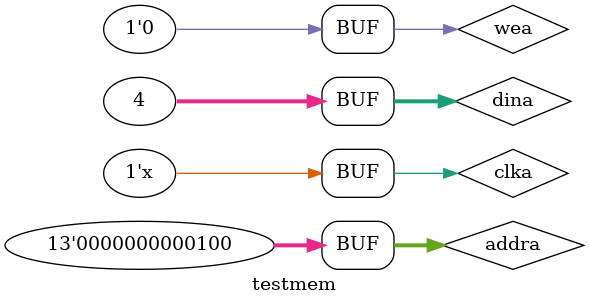
<source format=v>
`timescale 1ns / 1ps


module testmem;

	// Inputs
	reg clka;
	reg [0:0] wea;
	reg [12:0] addra;
	reg [31:0] dina;

	// Outputs
	wire [31:0] douta;

	// Instantiate the Unit Under Test (UUT)
	rammemory uut (
		.clka(clka), 
		.wea(wea), 
		.addra(addra), 
		.dina(dina), 
		.douta(douta)
	);

	initial begin
		// Initialize Inputs
		clka = 0;
		wea = 0; // write enable ?
		addra = 0; // direccion de los datos (para leer o escribir)
		dina = 0; // entrada de datos para grabar.

		// Wait 100 ns for global reset to finish
		#100;
		wea = 1;
		addra= 1;
		dina = 1;
		#2
		wea =1;
		addra = 2;
		dina = 2;
		#2
		wea =1;
		addra = 3;
		dina = 3;
		#2
		wea =1;
		addra = 4;
		dina = 4;
		#2;
		wea = 0;
		addra = 1;
		#2;
		wea = 0;
		addra = 2;
		#2;
		wea = 0;
		addra = 3;
		#2;
		wea = 0;
		addra = 4;
		
		
        
		// Add stimulus here

	end
      
	always
	begin
		#1 
		clka = ~clka;
	end
endmodule


</source>
